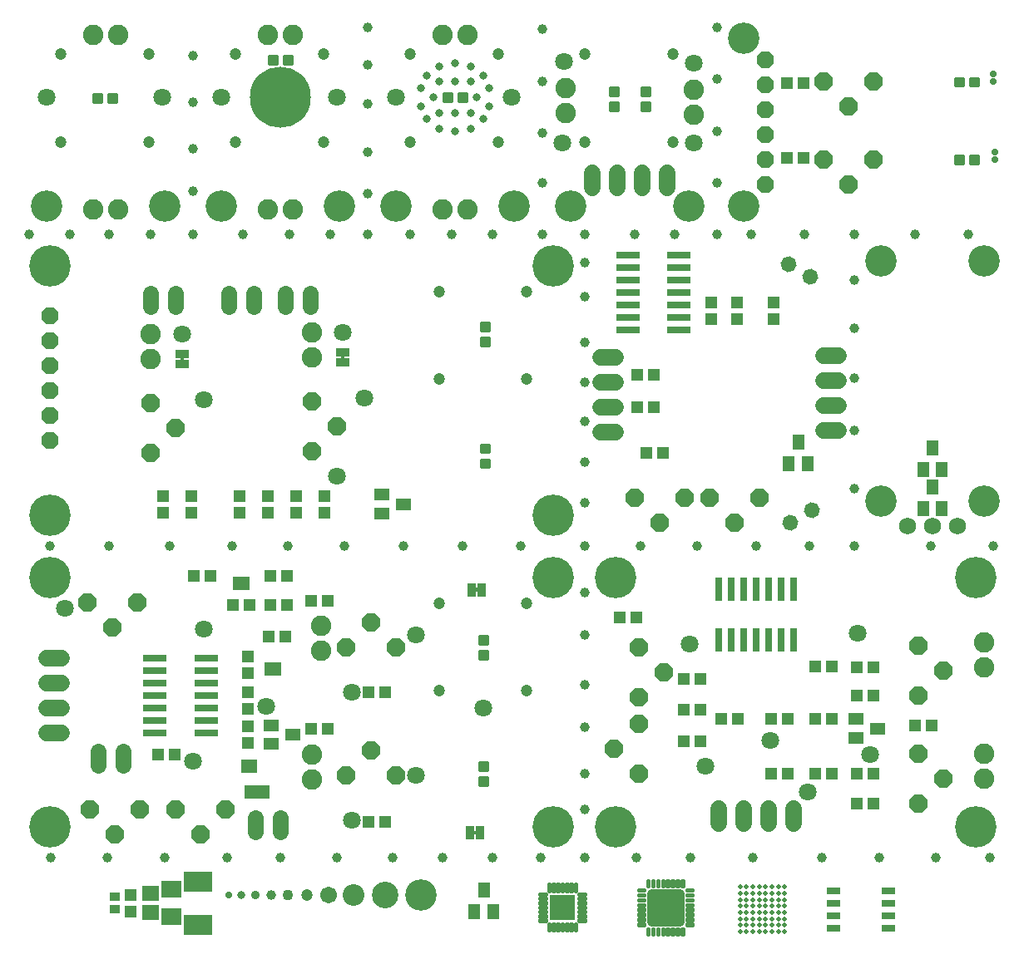
<source format=gbr>
G04 EAGLE Gerber RS-274X export*
G75*
%MOMM*%
%FSLAX34Y34*%
%LPD*%
%INSoldermask Top*%
%IPPOS*%
%AMOC8*
5,1,8,0,0,1.08239X$1,22.5*%
G01*
%ADD10C,1.203200*%
%ADD11C,3.203200*%
%ADD12C,6.203200*%
%ADD13C,0.803200*%
%ADD14C,0.703200*%
%ADD15C,1.003200*%
%ADD16C,0.903200*%
%ADD17C,1.103200*%
%ADD18C,1.703200*%
%ADD19C,2.203200*%
%ADD20C,2.703200*%
%ADD21R,1.303200X1.203200*%
%ADD22R,1.203200X1.303200*%
%ADD23R,2.403200X0.803200*%
%ADD24C,2.082800*%
%ADD25R,0.838200X1.473200*%
%ADD26P,1.869504X8X202.500000*%
%ADD27C,1.625600*%
%ADD28R,1.603200X1.203200*%
%ADD29P,2.034460X8X22.500000*%
%ADD30C,0.425956*%
%ADD31P,2.034460X8X202.500000*%
%ADD32P,2.034460X8X292.500000*%
%ADD33C,1.803200*%
%ADD34R,1.473200X0.838200*%
%ADD35C,1.727200*%
%ADD36P,1.649562X8X82.500000*%
%ADD37P,1.649562X8X322.500000*%
%ADD38R,1.203200X1.603200*%
%ADD39R,0.803200X2.403200*%
%ADD40P,2.034460X8X112.500000*%
%ADD41C,1.727200*%
%ADD42R,1.103200X0.903200*%
%ADD43R,1.703200X1.503200*%
%ADD44R,2.006200X1.803200*%
%ADD45R,2.903200X2.003200*%
%ADD46C,0.326303*%
%ADD47C,0.912766*%
%ADD48C,0.323534*%
%ADD49R,2.603200X2.603200*%
%ADD50C,0.500000*%
%ADD51R,1.403200X0.803200*%
%ADD52C,4.219200*%

G36*
X328360Y649935D02*
X328360Y649935D01*
X328426Y649937D01*
X328469Y649955D01*
X328516Y649963D01*
X328573Y649996D01*
X328633Y650021D01*
X328668Y650053D01*
X328709Y650077D01*
X328751Y650128D01*
X328799Y650173D01*
X328821Y650215D01*
X328850Y650251D01*
X328871Y650314D01*
X328902Y650372D01*
X328910Y650427D01*
X328922Y650464D01*
X328921Y650503D01*
X328929Y650558D01*
X328929Y654368D01*
X328918Y654432D01*
X328916Y654498D01*
X328898Y654542D01*
X328890Y654588D01*
X328856Y654645D01*
X328831Y654706D01*
X328800Y654741D01*
X328775Y654782D01*
X328724Y654823D01*
X328680Y654872D01*
X328638Y654893D01*
X328601Y654923D01*
X328539Y654944D01*
X328480Y654974D01*
X328426Y654982D01*
X328389Y654995D01*
X328349Y654994D01*
X328295Y655002D01*
X325755Y655002D01*
X325690Y654990D01*
X325624Y654988D01*
X325581Y654970D01*
X325534Y654962D01*
X325477Y654929D01*
X325417Y654904D01*
X325382Y654872D01*
X325341Y654848D01*
X325300Y654797D01*
X325251Y654752D01*
X325229Y654710D01*
X325200Y654674D01*
X325179Y654612D01*
X325148Y654553D01*
X325140Y654498D01*
X325128Y654461D01*
X325128Y654457D01*
X325129Y654421D01*
X325121Y654368D01*
X325121Y650558D01*
X325132Y650493D01*
X325134Y650427D01*
X325152Y650383D01*
X325160Y650337D01*
X325194Y650280D01*
X325219Y650219D01*
X325250Y650184D01*
X325275Y650143D01*
X325326Y650102D01*
X325370Y650053D01*
X325412Y650032D01*
X325449Y650002D01*
X325511Y649981D01*
X325570Y649951D01*
X325624Y649943D01*
X325661Y649930D01*
X325701Y649931D01*
X325755Y649923D01*
X328295Y649923D01*
X328360Y649935D01*
G37*
G36*
X164847Y648347D02*
X164847Y648347D01*
X164913Y648349D01*
X164957Y648367D01*
X165003Y648375D01*
X165060Y648409D01*
X165121Y648434D01*
X165156Y648465D01*
X165197Y648490D01*
X165238Y648541D01*
X165287Y648585D01*
X165308Y648627D01*
X165338Y648664D01*
X165359Y648726D01*
X165389Y648785D01*
X165397Y648839D01*
X165410Y648876D01*
X165409Y648916D01*
X165417Y648970D01*
X165417Y652780D01*
X165405Y652845D01*
X165403Y652911D01*
X165385Y652954D01*
X165377Y653001D01*
X165344Y653058D01*
X165319Y653118D01*
X165287Y653153D01*
X165263Y653194D01*
X165212Y653236D01*
X165167Y653284D01*
X165125Y653306D01*
X165089Y653335D01*
X165027Y653356D01*
X164968Y653387D01*
X164913Y653395D01*
X164876Y653407D01*
X164837Y653406D01*
X164783Y653414D01*
X162243Y653414D01*
X162178Y653403D01*
X162112Y653401D01*
X162068Y653383D01*
X162022Y653375D01*
X161965Y653341D01*
X161904Y653316D01*
X161869Y653285D01*
X161828Y653260D01*
X161787Y653209D01*
X161738Y653165D01*
X161717Y653123D01*
X161687Y653086D01*
X161666Y653024D01*
X161636Y652965D01*
X161628Y652911D01*
X161615Y652874D01*
X161615Y652870D01*
X161615Y652869D01*
X161616Y652834D01*
X161608Y652780D01*
X161608Y648970D01*
X161620Y648905D01*
X161622Y648839D01*
X161640Y648796D01*
X161648Y648749D01*
X161681Y648692D01*
X161706Y648632D01*
X161738Y648597D01*
X161762Y648556D01*
X161813Y648515D01*
X161858Y648466D01*
X161900Y648444D01*
X161936Y648415D01*
X161999Y648394D01*
X162057Y648363D01*
X162112Y648355D01*
X162149Y648343D01*
X162188Y648344D01*
X162243Y648336D01*
X164783Y648336D01*
X164847Y648347D01*
G37*
G36*
X463932Y166382D02*
X463932Y166382D01*
X463998Y166384D01*
X464042Y166402D01*
X464088Y166410D01*
X464145Y166444D01*
X464206Y166469D01*
X464241Y166500D01*
X464282Y166525D01*
X464323Y166576D01*
X464372Y166620D01*
X464393Y166662D01*
X464423Y166699D01*
X464444Y166761D01*
X464474Y166820D01*
X464482Y166874D01*
X464495Y166911D01*
X464494Y166951D01*
X464502Y167005D01*
X464502Y169545D01*
X464490Y169610D01*
X464488Y169676D01*
X464470Y169719D01*
X464462Y169766D01*
X464429Y169823D01*
X464404Y169883D01*
X464372Y169918D01*
X464348Y169959D01*
X464297Y170001D01*
X464252Y170049D01*
X464210Y170071D01*
X464174Y170100D01*
X464112Y170121D01*
X464053Y170152D01*
X463998Y170160D01*
X463961Y170172D01*
X463922Y170171D01*
X463868Y170179D01*
X460058Y170179D01*
X459993Y170168D01*
X459927Y170166D01*
X459883Y170148D01*
X459837Y170140D01*
X459780Y170106D01*
X459719Y170081D01*
X459684Y170050D01*
X459643Y170025D01*
X459602Y169974D01*
X459553Y169930D01*
X459532Y169888D01*
X459502Y169851D01*
X459481Y169789D01*
X459451Y169730D01*
X459443Y169676D01*
X459430Y169639D01*
X459430Y169636D01*
X459431Y169599D01*
X459423Y169545D01*
X459423Y167005D01*
X459435Y166940D01*
X459437Y166874D01*
X459455Y166831D01*
X459463Y166784D01*
X459496Y166727D01*
X459521Y166667D01*
X459553Y166632D01*
X459577Y166591D01*
X459628Y166550D01*
X459673Y166501D01*
X459715Y166479D01*
X459751Y166450D01*
X459814Y166429D01*
X459872Y166398D01*
X459927Y166390D01*
X459964Y166378D01*
X460003Y166379D01*
X460058Y166371D01*
X463868Y166371D01*
X463932Y166382D01*
G37*
G36*
X465520Y414032D02*
X465520Y414032D01*
X465586Y414034D01*
X465629Y414052D01*
X465676Y414060D01*
X465733Y414094D01*
X465793Y414119D01*
X465828Y414150D01*
X465869Y414175D01*
X465911Y414226D01*
X465959Y414270D01*
X465981Y414312D01*
X466010Y414349D01*
X466031Y414411D01*
X466062Y414470D01*
X466070Y414524D01*
X466082Y414561D01*
X466081Y414601D01*
X466089Y414655D01*
X466089Y417195D01*
X466078Y417260D01*
X466076Y417326D01*
X466058Y417369D01*
X466050Y417416D01*
X466016Y417473D01*
X465991Y417533D01*
X465960Y417568D01*
X465935Y417609D01*
X465884Y417651D01*
X465840Y417699D01*
X465798Y417721D01*
X465761Y417750D01*
X465699Y417771D01*
X465640Y417802D01*
X465586Y417810D01*
X465549Y417822D01*
X465509Y417821D01*
X465455Y417829D01*
X461645Y417829D01*
X461580Y417818D01*
X461514Y417816D01*
X461471Y417798D01*
X461424Y417790D01*
X461367Y417756D01*
X461307Y417731D01*
X461272Y417700D01*
X461231Y417675D01*
X461190Y417624D01*
X461141Y417580D01*
X461119Y417538D01*
X461090Y417501D01*
X461069Y417439D01*
X461038Y417380D01*
X461030Y417326D01*
X461018Y417289D01*
X461018Y417286D01*
X461019Y417249D01*
X461011Y417195D01*
X461011Y414655D01*
X461022Y414590D01*
X461024Y414524D01*
X461042Y414481D01*
X461050Y414434D01*
X461084Y414377D01*
X461109Y414317D01*
X461140Y414282D01*
X461165Y414241D01*
X461216Y414200D01*
X461260Y414151D01*
X461302Y414129D01*
X461339Y414100D01*
X461401Y414079D01*
X461460Y414048D01*
X461514Y414040D01*
X461551Y414028D01*
X461591Y414029D01*
X461645Y414021D01*
X465455Y414021D01*
X465520Y414032D01*
G37*
D10*
X39600Y961650D03*
X129600Y871650D03*
X129600Y961650D03*
X39600Y871650D03*
X217400Y961650D03*
X217400Y871650D03*
X307400Y961650D03*
X307400Y871650D03*
X395200Y961650D03*
X395200Y871650D03*
X485200Y961650D03*
X485200Y871650D03*
D11*
X25400Y806450D03*
X146050Y806450D03*
X203200Y806450D03*
X323850Y806450D03*
X381000Y806450D03*
X501650Y806450D03*
D12*
X263525Y917575D03*
D13*
X406400Y927100D03*
X419100Y917575D03*
X406400Y908050D03*
X412750Y895350D03*
X425450Y901700D03*
X425450Y885825D03*
X441325Y882650D03*
X441325Y901700D03*
X457200Y901700D03*
X457200Y885825D03*
X469900Y895350D03*
X476250Y908050D03*
X463550Y917575D03*
X476250Y927100D03*
X469900Y939800D03*
X457200Y933450D03*
X441325Y933450D03*
X425450Y933450D03*
X412750Y939800D03*
X425450Y949325D03*
X441325Y952500D03*
X457200Y949325D03*
D10*
X425363Y630350D03*
X514263Y630350D03*
X514263Y719250D03*
X425363Y719250D03*
X514263Y312850D03*
X514263Y401750D03*
X425363Y312850D03*
X425363Y401750D03*
D11*
X558800Y806450D03*
X679450Y806450D03*
D10*
X573000Y961650D03*
X573000Y871650D03*
X663000Y961650D03*
X663000Y871650D03*
D11*
X735013Y977900D03*
X735013Y806450D03*
D14*
X989013Y941388D03*
X990600Y854075D03*
X990600Y862013D03*
X989013Y933450D03*
D15*
X28575Y460375D03*
X88900Y460375D03*
X150813Y460375D03*
X214313Y460375D03*
X271463Y460375D03*
X328613Y460375D03*
X388938Y460375D03*
X449263Y460375D03*
X508000Y460375D03*
X573088Y460375D03*
X630238Y460375D03*
X687388Y460375D03*
X747713Y460375D03*
X801688Y460375D03*
X847725Y460375D03*
X925513Y460375D03*
X989013Y460375D03*
X847725Y519113D03*
X847725Y577850D03*
X847725Y631825D03*
X847725Y682625D03*
X847725Y731838D03*
X847725Y777875D03*
X796925Y777875D03*
X909638Y777875D03*
X963613Y777875D03*
X742950Y777875D03*
X708025Y777875D03*
X708025Y830263D03*
X708025Y882650D03*
X708025Y936625D03*
X708025Y989013D03*
X530225Y987425D03*
X530225Y933450D03*
X530225Y881063D03*
X530225Y830263D03*
X530225Y777875D03*
X573088Y777875D03*
X623888Y777875D03*
X665163Y777875D03*
X479425Y777875D03*
X438150Y777875D03*
X395288Y777875D03*
X352425Y777875D03*
X352425Y819150D03*
X352425Y862013D03*
X352425Y911225D03*
X352425Y950913D03*
X352425Y989013D03*
X314325Y777875D03*
X273050Y777875D03*
X225425Y777875D03*
X174625Y777875D03*
X174625Y822325D03*
X174625Y865188D03*
X174625Y912813D03*
X174625Y960438D03*
X131763Y777875D03*
X88900Y777875D03*
X49213Y777875D03*
X7938Y777875D03*
X573088Y504825D03*
X573088Y546100D03*
X573088Y587375D03*
X573088Y627063D03*
X573088Y668338D03*
X573088Y714375D03*
X573088Y749300D03*
X573088Y412750D03*
X573088Y369888D03*
X573088Y319088D03*
X573088Y276225D03*
X573088Y228600D03*
X573088Y192088D03*
X573088Y142875D03*
D11*
X874713Y750888D03*
X979488Y750888D03*
X874713Y506413D03*
X979488Y506413D03*
D15*
X528638Y142875D03*
X479425Y142875D03*
X428625Y142875D03*
X377825Y142875D03*
X320675Y142875D03*
X263525Y142875D03*
X209550Y142875D03*
X146050Y142875D03*
X87313Y142875D03*
X30163Y142875D03*
X625475Y142875D03*
X681038Y142875D03*
X744538Y142875D03*
X814388Y142875D03*
X873125Y142875D03*
X930275Y142875D03*
X985838Y142875D03*
D14*
X211138Y104775D03*
D13*
X223838Y104775D03*
D16*
X238125Y104775D03*
D15*
X254000Y104775D03*
D17*
X271463Y104775D03*
D10*
X290513Y104775D03*
D18*
X312738Y104775D03*
D19*
X338138Y104775D03*
D20*
X369888Y104775D03*
D11*
X406400Y104775D03*
D21*
X294713Y404813D03*
X311713Y404813D03*
D22*
X279400Y511738D03*
X279400Y494738D03*
D21*
X270438Y430213D03*
X253438Y430213D03*
D22*
X173038Y494738D03*
X173038Y511738D03*
D21*
X294713Y274638D03*
X311713Y274638D03*
D23*
X187925Y282575D03*
X135925Y282575D03*
X187925Y269875D03*
X187925Y295275D03*
X187925Y307975D03*
X135925Y269875D03*
X135925Y295275D03*
X135925Y307975D03*
X187925Y333375D03*
X135925Y333375D03*
X187925Y320675D03*
X187925Y346075D03*
X135925Y320675D03*
X135925Y346075D03*
D24*
X295275Y677863D03*
X295275Y652463D03*
X131763Y676275D03*
X131763Y650875D03*
X295275Y222250D03*
X295275Y247650D03*
X304800Y354013D03*
X304800Y379413D03*
D25*
X219774Y422275D03*
X227902Y422275D03*
X251524Y334963D03*
X259652Y334963D03*
X235839Y236538D03*
X227711Y236538D03*
D26*
X28575Y568325D03*
X28575Y593725D03*
X28575Y619125D03*
X28575Y644525D03*
X28575Y669925D03*
X28575Y695325D03*
D27*
X263525Y183325D02*
X263525Y169101D01*
X238125Y169101D02*
X238125Y183325D01*
X268288Y704088D02*
X268288Y718312D01*
X293688Y718312D02*
X293688Y704088D01*
X131763Y704088D02*
X131763Y718312D01*
X157163Y718312D02*
X157163Y704088D01*
X236538Y704088D02*
X236538Y718312D01*
X211138Y718312D02*
X211138Y704088D01*
X77788Y251587D02*
X77788Y237363D01*
X103188Y237363D02*
X103188Y251587D01*
D28*
X388825Y503238D03*
X366825Y493738D03*
X366825Y512738D03*
X276113Y268288D03*
X254113Y258788D03*
X254113Y277788D03*
D21*
X250825Y494738D03*
X250825Y511738D03*
D29*
X381000Y357188D03*
X330200Y357188D03*
X355600Y382588D03*
D21*
X222250Y511738D03*
X222250Y494738D03*
X307975Y511738D03*
X307975Y494738D03*
D30*
X466569Y239551D02*
X466569Y232889D01*
X466569Y239551D02*
X473231Y239551D01*
X473231Y232889D01*
X466569Y232889D01*
X466569Y236936D02*
X473231Y236936D01*
X466569Y224311D02*
X466569Y217649D01*
X466569Y224311D02*
X473231Y224311D01*
X473231Y217649D01*
X466569Y217649D01*
X466569Y221696D02*
X473231Y221696D01*
X473231Y346237D02*
X473231Y352899D01*
X473231Y346237D02*
X466569Y346237D01*
X466569Y352899D01*
X473231Y352899D01*
X473231Y350284D02*
X466569Y350284D01*
X473231Y361477D02*
X473231Y368139D01*
X473231Y361477D02*
X466569Y361477D01*
X466569Y368139D01*
X473231Y368139D01*
X473231Y365524D02*
X466569Y365524D01*
D22*
X353450Y179388D03*
X370450Y179388D03*
X353450Y311150D03*
X370450Y311150D03*
D21*
X230188Y294713D03*
X230188Y311713D03*
X230188Y276788D03*
X230188Y259788D03*
D31*
X157163Y192088D03*
X207963Y192088D03*
X182563Y166688D03*
D21*
X144463Y494738D03*
X144463Y511738D03*
D22*
X215338Y400050D03*
X232338Y400050D03*
X251850Y368300D03*
X268850Y368300D03*
X253438Y400050D03*
X270438Y400050D03*
D31*
X69850Y192088D03*
X120650Y192088D03*
X95250Y166688D03*
D22*
X175650Y430213D03*
X192650Y430213D03*
D31*
X66675Y403225D03*
X117475Y403225D03*
X92075Y377825D03*
D22*
X139138Y247650D03*
X156138Y247650D03*
D21*
X230188Y331225D03*
X230188Y348225D03*
D30*
X474819Y665324D02*
X474819Y671986D01*
X474819Y665324D02*
X468157Y665324D01*
X468157Y671986D01*
X474819Y671986D01*
X474819Y669371D02*
X468157Y669371D01*
X474819Y680564D02*
X474819Y687226D01*
X474819Y680564D02*
X468157Y680564D01*
X468157Y687226D01*
X474819Y687226D01*
X474819Y684611D02*
X468157Y684611D01*
X474819Y548161D02*
X474819Y541499D01*
X468157Y541499D01*
X468157Y548161D01*
X474819Y548161D01*
X474819Y545546D02*
X468157Y545546D01*
X474819Y556739D02*
X474819Y563401D01*
X474819Y556739D02*
X468157Y556739D01*
X468157Y563401D01*
X474819Y563401D01*
X474819Y560786D02*
X468157Y560786D01*
D32*
X131763Y555625D03*
X131763Y606425D03*
X157163Y581025D03*
X295275Y557213D03*
X295275Y608013D03*
X320675Y582613D03*
D29*
X381000Y227013D03*
X330200Y227013D03*
X355600Y252413D03*
D33*
X320675Y531813D03*
X349250Y611188D03*
X185738Y609600D03*
X327025Y677863D03*
X163513Y676275D03*
X401638Y227013D03*
X401638Y369888D03*
D24*
X276225Y803275D03*
X250825Y803275D03*
D30*
X267814Y959006D02*
X274476Y959006D01*
X274476Y952344D01*
X267814Y952344D01*
X267814Y959006D01*
X267814Y956391D02*
X274476Y956391D01*
X259236Y959006D02*
X252574Y959006D01*
X259236Y959006D02*
X259236Y952344D01*
X252574Y952344D01*
X252574Y959006D01*
X252574Y956391D02*
X259236Y956391D01*
D24*
X250825Y981075D03*
X276225Y981075D03*
X98425Y803275D03*
X73025Y803275D03*
D30*
X88889Y919981D02*
X95551Y919981D01*
X95551Y913319D01*
X88889Y913319D01*
X88889Y919981D01*
X88889Y917366D02*
X95551Y917366D01*
X80311Y919981D02*
X73649Y919981D01*
X80311Y919981D02*
X80311Y913319D01*
X73649Y913319D01*
X73649Y919981D01*
X73649Y917366D02*
X80311Y917366D01*
D24*
X73025Y981075D03*
X98425Y981075D03*
D33*
X320675Y917575D03*
X203200Y917575D03*
X25400Y917575D03*
X142875Y917575D03*
D34*
X327025Y647383D03*
X327025Y657543D03*
X163513Y645795D03*
X163513Y655955D03*
D24*
X428625Y981075D03*
X454025Y981075D03*
D30*
X437036Y914244D02*
X430374Y914244D01*
X430374Y920906D01*
X437036Y920906D01*
X437036Y914244D01*
X437036Y918291D02*
X430374Y918291D01*
X445614Y914244D02*
X452276Y914244D01*
X445614Y914244D02*
X445614Y920906D01*
X452276Y920906D01*
X452276Y914244D01*
X452276Y918291D02*
X445614Y918291D01*
D24*
X454025Y803275D03*
X428625Y803275D03*
D33*
X498475Y917575D03*
X381000Y917575D03*
D25*
X467043Y168275D03*
X456883Y168275D03*
X468630Y415925D03*
X458470Y415925D03*
D33*
X469900Y295275D03*
X249238Y296863D03*
D35*
X40958Y269875D02*
X25718Y269875D01*
X25718Y295275D02*
X40958Y295275D01*
X40958Y320675D02*
X25718Y320675D01*
X25718Y346075D02*
X40958Y346075D01*
X581025Y825818D02*
X581025Y841058D01*
X606425Y841058D02*
X606425Y825818D01*
X631825Y825818D02*
X631825Y841058D01*
X657225Y841058D02*
X657225Y825818D01*
D30*
X638331Y905037D02*
X638331Y911699D01*
X638331Y905037D02*
X631669Y905037D01*
X631669Y911699D01*
X638331Y911699D01*
X638331Y909084D02*
X631669Y909084D01*
X638331Y920277D02*
X638331Y926939D01*
X638331Y920277D02*
X631669Y920277D01*
X631669Y926939D01*
X638331Y926939D01*
X638331Y924324D02*
X631669Y924324D01*
X599919Y926939D02*
X599919Y920277D01*
X599919Y926939D02*
X606581Y926939D01*
X606581Y920277D01*
X599919Y920277D01*
X599919Y924324D02*
X606581Y924324D01*
X599919Y911699D02*
X599919Y905037D01*
X599919Y911699D02*
X606581Y911699D01*
X606581Y905037D01*
X599919Y905037D01*
X599919Y909084D02*
X606581Y909084D01*
D33*
X684213Y871538D03*
X684213Y952500D03*
X552450Y954088D03*
X550863Y871538D03*
D24*
X684213Y900113D03*
X684213Y925513D03*
X554038Y927100D03*
X554038Y901700D03*
D33*
X336550Y180975D03*
X336550Y311150D03*
D30*
X951074Y850744D02*
X957736Y850744D01*
X951074Y850744D02*
X951074Y857406D01*
X957736Y857406D01*
X957736Y850744D01*
X957736Y854791D02*
X951074Y854791D01*
X966314Y850744D02*
X972976Y850744D01*
X966314Y850744D02*
X966314Y857406D01*
X972976Y857406D01*
X972976Y850744D01*
X972976Y854791D02*
X966314Y854791D01*
D31*
X815975Y854075D03*
X866775Y854075D03*
X841375Y828675D03*
D22*
X778900Y855663D03*
X795900Y855663D03*
D30*
X951074Y930119D02*
X957736Y930119D01*
X951074Y930119D02*
X951074Y936781D01*
X957736Y936781D01*
X957736Y930119D01*
X957736Y934166D02*
X951074Y934166D01*
X966314Y930119D02*
X972976Y930119D01*
X966314Y930119D02*
X966314Y936781D01*
X972976Y936781D01*
X972976Y930119D01*
X972976Y934166D02*
X966314Y934166D01*
D31*
X815975Y933450D03*
X866775Y933450D03*
X841375Y908050D03*
D22*
X778900Y931863D03*
X795900Y931863D03*
D26*
X757238Y828675D03*
X757238Y854075D03*
X757238Y879475D03*
X757238Y904875D03*
X757238Y930275D03*
X757238Y955675D03*
D33*
X174625Y241300D03*
X185738Y376238D03*
X44450Y396875D03*
D36*
X803161Y735013D03*
X781164Y747713D03*
D37*
X782752Y484188D03*
X804749Y496888D03*
D35*
X816293Y654050D02*
X831533Y654050D01*
X831533Y628650D02*
X816293Y628650D01*
X816293Y603250D02*
X831533Y603250D01*
X831533Y577850D02*
X816293Y577850D01*
D38*
X790575Y566625D03*
X800075Y544625D03*
X781075Y544625D03*
D21*
X765175Y691588D03*
X765175Y708588D03*
D22*
X626500Y601663D03*
X643500Y601663D03*
X626500Y635000D03*
X643500Y635000D03*
D35*
X604520Y652463D02*
X589280Y652463D01*
X589280Y627063D02*
X604520Y627063D01*
X604520Y601663D02*
X589280Y601663D01*
X589280Y576263D02*
X604520Y576263D01*
D23*
X668938Y693738D03*
X616938Y693738D03*
X668938Y681038D03*
X668938Y706438D03*
X668938Y719138D03*
X616938Y681038D03*
X616938Y706438D03*
X616938Y719138D03*
X668938Y744538D03*
X616938Y744538D03*
X668938Y731838D03*
X668938Y757238D03*
X616938Y731838D03*
X616938Y757238D03*
D21*
X701675Y691588D03*
X701675Y708588D03*
D22*
X728663Y691588D03*
X728663Y708588D03*
D31*
X623888Y509588D03*
X674688Y509588D03*
X649288Y484188D03*
D22*
X653025Y555625D03*
X636025Y555625D03*
D31*
X700088Y509588D03*
X750888Y509588D03*
X725488Y484188D03*
D25*
X247841Y209550D03*
X239713Y209550D03*
X231585Y209550D03*
D24*
X979488Y336550D03*
X979488Y361950D03*
X979488Y249238D03*
X979488Y223838D03*
D22*
X867338Y198438D03*
X850338Y198438D03*
X867338Y307975D03*
X850338Y307975D03*
D32*
X912813Y198438D03*
X912813Y249238D03*
X938213Y223838D03*
X912813Y307975D03*
X912813Y358775D03*
X938213Y333375D03*
D28*
X871425Y274638D03*
X849425Y265138D03*
X849425Y284138D03*
D39*
X722313Y364525D03*
X722313Y416525D03*
X709613Y364525D03*
X735013Y364525D03*
X747713Y364525D03*
X709613Y416525D03*
X735013Y416525D03*
X747713Y416525D03*
X773113Y364525D03*
X773113Y416525D03*
X760413Y364525D03*
X785813Y364525D03*
X760413Y416525D03*
X785813Y416525D03*
D22*
X850338Y336550D03*
X867338Y336550D03*
X850338Y228600D03*
X867338Y228600D03*
X807475Y228600D03*
X824475Y228600D03*
X807475Y338138D03*
X824475Y338138D03*
X763025Y228600D03*
X780025Y228600D03*
X691125Y261938D03*
X674125Y261938D03*
X780025Y284163D03*
X763025Y284163D03*
X807475Y284163D03*
X824475Y284163D03*
D40*
X628650Y279400D03*
X628650Y228600D03*
X603250Y254000D03*
D22*
X926075Y277813D03*
X909075Y277813D03*
X691125Y325438D03*
X674125Y325438D03*
X729225Y284163D03*
X712225Y284163D03*
D32*
X628650Y306388D03*
X628650Y357188D03*
X654050Y331788D03*
D22*
X625800Y387350D03*
X608800Y387350D03*
X674125Y293688D03*
X691125Y293688D03*
D35*
X709613Y193358D02*
X709613Y178118D01*
X735013Y178118D02*
X735013Y193358D01*
X760413Y193358D02*
X760413Y178118D01*
X785813Y178118D02*
X785813Y193358D01*
D38*
X927100Y560275D03*
X936600Y538275D03*
X917600Y538275D03*
X927100Y520588D03*
X936600Y498588D03*
X917600Y498588D03*
D41*
X901700Y481013D03*
X927100Y481013D03*
X952500Y481013D03*
D33*
X800000Y210000D03*
X851375Y371325D03*
X695800Y236075D03*
X762475Y262750D03*
X864075Y248150D03*
X679925Y360550D03*
D42*
X95250Y90338D03*
X95250Y103338D03*
D21*
X111125Y88338D03*
X111125Y105338D03*
D43*
X131763Y87338D03*
X131763Y106338D03*
D44*
X152400Y111058D03*
X152400Y82618D03*
D45*
X179388Y74838D03*
X179388Y118838D03*
D38*
X470438Y110050D03*
X479938Y88050D03*
X460938Y88050D03*
D46*
X628253Y108940D02*
X634023Y108940D01*
X628253Y108940D02*
X628253Y110210D01*
X634023Y110210D01*
X634023Y108940D01*
X634023Y103940D02*
X628253Y103940D01*
X628253Y105210D01*
X634023Y105210D01*
X634023Y103940D01*
X634023Y98940D02*
X628253Y98940D01*
X628253Y100210D01*
X634023Y100210D01*
X634023Y98940D01*
X634023Y93940D02*
X628253Y93940D01*
X628253Y95210D01*
X634023Y95210D01*
X634023Y93940D01*
X634023Y88940D02*
X628253Y88940D01*
X628253Y90210D01*
X634023Y90210D01*
X634023Y88940D01*
X634023Y83940D02*
X628253Y83940D01*
X628253Y85210D01*
X634023Y85210D01*
X634023Y83940D01*
X634023Y78940D02*
X628253Y78940D01*
X628253Y80210D01*
X634023Y80210D01*
X634023Y78940D01*
X634023Y73940D02*
X628253Y73940D01*
X628253Y75210D01*
X634023Y75210D01*
X634023Y73940D01*
X638773Y70460D02*
X638773Y64690D01*
X637503Y64690D01*
X637503Y70460D01*
X638773Y70460D01*
X638773Y67790D02*
X637503Y67790D01*
X643773Y70460D02*
X643773Y64690D01*
X642503Y64690D01*
X642503Y70460D01*
X643773Y70460D01*
X643773Y67790D02*
X642503Y67790D01*
X648773Y70460D02*
X648773Y64690D01*
X647503Y64690D01*
X647503Y70460D01*
X648773Y70460D01*
X648773Y67790D02*
X647503Y67790D01*
X653773Y70460D02*
X653773Y64690D01*
X652503Y64690D01*
X652503Y70460D01*
X653773Y70460D01*
X653773Y67790D02*
X652503Y67790D01*
X658773Y70460D02*
X658773Y64690D01*
X657503Y64690D01*
X657503Y70460D01*
X658773Y70460D01*
X658773Y67790D02*
X657503Y67790D01*
X663773Y70460D02*
X663773Y64690D01*
X662503Y64690D01*
X662503Y70460D01*
X663773Y70460D01*
X663773Y67790D02*
X662503Y67790D01*
X668773Y70460D02*
X668773Y64690D01*
X667503Y64690D01*
X667503Y70460D01*
X668773Y70460D01*
X668773Y67790D02*
X667503Y67790D01*
X673773Y70460D02*
X673773Y64690D01*
X672503Y64690D01*
X672503Y70460D01*
X673773Y70460D01*
X673773Y67790D02*
X672503Y67790D01*
X677253Y75210D02*
X683023Y75210D01*
X683023Y73940D01*
X677253Y73940D01*
X677253Y75210D01*
X677253Y80210D02*
X683023Y80210D01*
X683023Y78940D01*
X677253Y78940D01*
X677253Y80210D01*
X677253Y85210D02*
X683023Y85210D01*
X683023Y83940D01*
X677253Y83940D01*
X677253Y85210D01*
X677253Y90210D02*
X683023Y90210D01*
X683023Y88940D01*
X677253Y88940D01*
X677253Y90210D01*
X677253Y95210D02*
X683023Y95210D01*
X683023Y93940D01*
X677253Y93940D01*
X677253Y95210D01*
X677253Y100210D02*
X683023Y100210D01*
X683023Y98940D01*
X677253Y98940D01*
X677253Y100210D01*
X677253Y105210D02*
X683023Y105210D01*
X683023Y103940D01*
X677253Y103940D01*
X677253Y105210D01*
X677253Y110210D02*
X683023Y110210D01*
X683023Y108940D01*
X677253Y108940D01*
X677253Y110210D01*
X672503Y113690D02*
X672503Y119460D01*
X673773Y119460D01*
X673773Y113690D01*
X672503Y113690D01*
X672503Y116790D02*
X673773Y116790D01*
X667503Y119460D02*
X667503Y113690D01*
X667503Y119460D02*
X668773Y119460D01*
X668773Y113690D01*
X667503Y113690D01*
X667503Y116790D02*
X668773Y116790D01*
X662503Y119460D02*
X662503Y113690D01*
X662503Y119460D02*
X663773Y119460D01*
X663773Y113690D01*
X662503Y113690D01*
X662503Y116790D02*
X663773Y116790D01*
X657503Y119460D02*
X657503Y113690D01*
X657503Y119460D02*
X658773Y119460D01*
X658773Y113690D01*
X657503Y113690D01*
X657503Y116790D02*
X658773Y116790D01*
X652503Y119460D02*
X652503Y113690D01*
X652503Y119460D02*
X653773Y119460D01*
X653773Y113690D01*
X652503Y113690D01*
X652503Y116790D02*
X653773Y116790D01*
X647503Y119460D02*
X647503Y113690D01*
X647503Y119460D02*
X648773Y119460D01*
X648773Y113690D01*
X647503Y113690D01*
X647503Y116790D02*
X648773Y116790D01*
X642503Y119460D02*
X642503Y113690D01*
X642503Y119460D02*
X643773Y119460D01*
X643773Y113690D01*
X642503Y113690D01*
X642503Y116790D02*
X643773Y116790D01*
X637503Y119460D02*
X637503Y113690D01*
X637503Y119460D02*
X638773Y119460D01*
X638773Y113690D01*
X637503Y113690D01*
X637503Y116790D02*
X638773Y116790D01*
D47*
X641186Y77623D02*
X670090Y77623D01*
X641186Y77623D02*
X641186Y106527D01*
X670090Y106527D01*
X670090Y77623D01*
X670090Y86295D02*
X641186Y86295D01*
X641186Y94967D02*
X670090Y94967D01*
X670090Y103639D02*
X641186Y103639D01*
D48*
X534362Y104976D02*
X527364Y104976D01*
X527364Y106174D01*
X534362Y106174D01*
X534362Y104976D01*
X534362Y100476D02*
X527364Y100476D01*
X527364Y101674D01*
X534362Y101674D01*
X534362Y100476D01*
X534362Y95976D02*
X527364Y95976D01*
X527364Y97174D01*
X534362Y97174D01*
X534362Y95976D01*
X534362Y91476D02*
X527364Y91476D01*
X527364Y92674D01*
X534362Y92674D01*
X534362Y91476D01*
X534362Y86976D02*
X527364Y86976D01*
X527364Y88174D01*
X534362Y88174D01*
X534362Y86976D01*
X534362Y82476D02*
X527364Y82476D01*
X527364Y83674D01*
X534362Y83674D01*
X534362Y82476D01*
X534362Y77976D02*
X527364Y77976D01*
X527364Y79174D01*
X534362Y79174D01*
X534362Y77976D01*
X537962Y75574D02*
X537962Y68576D01*
X536764Y68576D01*
X536764Y75574D01*
X537962Y75574D01*
X537962Y71649D02*
X536764Y71649D01*
X536764Y74722D02*
X537962Y74722D01*
X542462Y75574D02*
X542462Y68576D01*
X541264Y68576D01*
X541264Y75574D01*
X542462Y75574D01*
X542462Y71649D02*
X541264Y71649D01*
X541264Y74722D02*
X542462Y74722D01*
X546962Y75574D02*
X546962Y68576D01*
X545764Y68576D01*
X545764Y75574D01*
X546962Y75574D01*
X546962Y71649D02*
X545764Y71649D01*
X545764Y74722D02*
X546962Y74722D01*
X551462Y75574D02*
X551462Y68576D01*
X550264Y68576D01*
X550264Y75574D01*
X551462Y75574D01*
X551462Y71649D02*
X550264Y71649D01*
X550264Y74722D02*
X551462Y74722D01*
X555962Y75574D02*
X555962Y68576D01*
X554764Y68576D01*
X554764Y75574D01*
X555962Y75574D01*
X555962Y71649D02*
X554764Y71649D01*
X554764Y74722D02*
X555962Y74722D01*
X560462Y75574D02*
X560462Y68576D01*
X559264Y68576D01*
X559264Y75574D01*
X560462Y75574D01*
X560462Y71649D02*
X559264Y71649D01*
X559264Y74722D02*
X560462Y74722D01*
X564962Y75574D02*
X564962Y68576D01*
X563764Y68576D01*
X563764Y75574D01*
X564962Y75574D01*
X564962Y71649D02*
X563764Y71649D01*
X563764Y74722D02*
X564962Y74722D01*
X567364Y79174D02*
X574362Y79174D01*
X574362Y77976D01*
X567364Y77976D01*
X567364Y79174D01*
X567364Y83674D02*
X574362Y83674D01*
X574362Y82476D01*
X567364Y82476D01*
X567364Y83674D01*
X567364Y88174D02*
X574362Y88174D01*
X574362Y86976D01*
X567364Y86976D01*
X567364Y88174D01*
X567364Y92674D02*
X574362Y92674D01*
X574362Y91476D01*
X567364Y91476D01*
X567364Y92674D01*
X567364Y97174D02*
X574362Y97174D01*
X574362Y95976D01*
X567364Y95976D01*
X567364Y97174D01*
X567364Y101674D02*
X574362Y101674D01*
X574362Y100476D01*
X567364Y100476D01*
X567364Y101674D01*
X567364Y106174D02*
X574362Y106174D01*
X574362Y104976D01*
X567364Y104976D01*
X567364Y106174D01*
X563764Y108576D02*
X563764Y115574D01*
X564962Y115574D01*
X564962Y108576D01*
X563764Y108576D01*
X563764Y111649D02*
X564962Y111649D01*
X564962Y114722D02*
X563764Y114722D01*
X559264Y115574D02*
X559264Y108576D01*
X559264Y115574D02*
X560462Y115574D01*
X560462Y108576D01*
X559264Y108576D01*
X559264Y111649D02*
X560462Y111649D01*
X560462Y114722D02*
X559264Y114722D01*
X554764Y115574D02*
X554764Y108576D01*
X554764Y115574D02*
X555962Y115574D01*
X555962Y108576D01*
X554764Y108576D01*
X554764Y111649D02*
X555962Y111649D01*
X555962Y114722D02*
X554764Y114722D01*
X550264Y115574D02*
X550264Y108576D01*
X550264Y115574D02*
X551462Y115574D01*
X551462Y108576D01*
X550264Y108576D01*
X550264Y111649D02*
X551462Y111649D01*
X551462Y114722D02*
X550264Y114722D01*
X545764Y115574D02*
X545764Y108576D01*
X545764Y115574D02*
X546962Y115574D01*
X546962Y108576D01*
X545764Y108576D01*
X545764Y111649D02*
X546962Y111649D01*
X546962Y114722D02*
X545764Y114722D01*
X541264Y115574D02*
X541264Y108576D01*
X541264Y115574D02*
X542462Y115574D01*
X542462Y108576D01*
X541264Y108576D01*
X541264Y111649D02*
X542462Y111649D01*
X542462Y114722D02*
X541264Y114722D01*
X536764Y115574D02*
X536764Y108576D01*
X536764Y115574D02*
X537962Y115574D01*
X537962Y108576D01*
X536764Y108576D01*
X536764Y111649D02*
X537962Y111649D01*
X537962Y114722D02*
X536764Y114722D01*
D49*
X550863Y92075D03*
D50*
X731313Y113238D03*
X731313Y106738D03*
X731313Y100238D03*
X731313Y93738D03*
X731313Y87238D03*
X731313Y80738D03*
X731313Y74238D03*
X731313Y67738D03*
X737813Y113238D03*
X737813Y106738D03*
X737813Y100238D03*
X737813Y93738D03*
X737813Y87238D03*
X737813Y80738D03*
X737813Y74238D03*
X737813Y67738D03*
X744313Y113238D03*
X744313Y106738D03*
X744313Y100238D03*
X744313Y93738D03*
X744313Y87238D03*
X744313Y80738D03*
X744313Y74238D03*
X744313Y67738D03*
X750813Y113238D03*
X750813Y106738D03*
X750813Y100238D03*
X750813Y93738D03*
X750813Y87238D03*
X750813Y80738D03*
X750813Y74238D03*
X750813Y67738D03*
X757313Y113238D03*
X757313Y106738D03*
X757313Y100238D03*
X757313Y93738D03*
X757313Y87238D03*
X757313Y80738D03*
X757313Y74238D03*
X757313Y67738D03*
X763813Y113238D03*
X763813Y106738D03*
X763813Y100238D03*
X763813Y93738D03*
X763813Y87238D03*
X763813Y80738D03*
X763813Y74238D03*
X763813Y67738D03*
X770313Y113238D03*
X770313Y106738D03*
X770313Y100238D03*
X770313Y93738D03*
X770313Y87238D03*
X770313Y80738D03*
X770313Y74238D03*
X770313Y67738D03*
X776813Y113238D03*
X776813Y106738D03*
X776813Y100238D03*
X776813Y93738D03*
X776813Y87238D03*
X776813Y80738D03*
X776813Y74238D03*
X776813Y67738D03*
D51*
X826075Y109538D03*
X826075Y96838D03*
X826075Y84138D03*
X826075Y71438D03*
X882075Y71438D03*
X882075Y84138D03*
X882075Y96838D03*
X882075Y109538D03*
D52*
X28575Y746125D03*
X541338Y746125D03*
X28575Y492125D03*
X541338Y492125D03*
X28575Y428625D03*
X541338Y428625D03*
X28575Y174625D03*
X541338Y174625D03*
X604838Y428625D03*
X971550Y428625D03*
X604838Y174625D03*
X971550Y174625D03*
M02*

</source>
